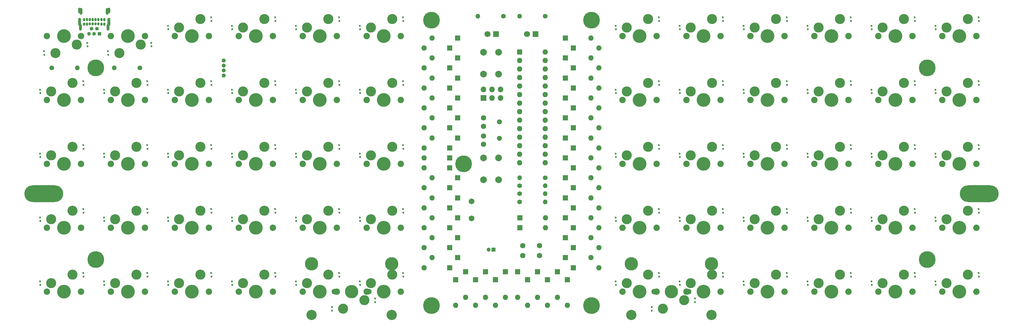
<source format=gts>
G04 #@! TF.GenerationSoftware,KiCad,Pcbnew,(6.0.0)*
G04 #@! TF.CreationDate,2022-03-13T10:48:28+07:00*
G04 #@! TF.ProjectId,lumberjack,6c756d62-6572-46a6-9163-6b2e6b696361,1.6*
G04 #@! TF.SameCoordinates,Original*
G04 #@! TF.FileFunction,Soldermask,Top*
G04 #@! TF.FilePolarity,Negative*
%FSLAX46Y46*%
G04 Gerber Fmt 4.6, Leading zero omitted, Abs format (unit mm)*
G04 Created by KiCad (PCBNEW (6.0.0)) date 2022-03-13 10:48:28*
%MOMM*%
%LPD*%
G01*
G04 APERTURE LIST*
%ADD10C,1.600000*%
%ADD11R,1.800000X1.800000*%
%ADD12C,1.800000*%
%ADD13R,1.600000X1.600000*%
%ADD14O,1.600000X1.600000*%
%ADD15C,1.710000*%
%ADD16R,1.200000X1.200000*%
%ADD17C,1.200000*%
%ADD18C,2.000000*%
%ADD19C,5.000000*%
%ADD20O,11.600000X5.000000*%
%ADD21C,3.000000*%
%ADD22C,3.048000*%
%ADD23C,1.750000*%
%ADD24C,3.987800*%
%ADD25C,0.600000*%
%ADD26R,1.700000X1.700000*%
%ADD27O,1.700000X1.700000*%
%ADD28C,1.400000*%
%ADD29O,1.400000X1.400000*%
%ADD30C,1.500000*%
%ADD31C,4.100000*%
%ADD32C,1.900000*%
%ADD33O,0.700000X0.900000*%
%ADD34O,1.100000X1.100000*%
%ADD35O,0.700000X1.000000*%
%ADD36C,1.100000*%
%ADD37R,1.100000X1.100000*%
%ADD38O,0.900000X2.400000*%
%ADD39O,0.850000X2.000000*%
%ADD40O,0.900000X1.700000*%
%ADD41C,1.244600*%
G04 APERTURE END LIST*
D10*
X144065746Y-94059454D03*
X144065746Y-96559454D03*
X144065746Y-88701637D03*
X144065746Y-91201637D03*
D11*
X159543884Y-63698491D03*
D12*
X157003884Y-63698491D03*
D13*
X154781380Y-69056308D03*
D14*
X154781380Y-71596308D03*
X154781380Y-74136308D03*
X154781380Y-76676308D03*
X154781380Y-79216308D03*
X154781380Y-81756308D03*
X154781380Y-84296308D03*
X154781380Y-86836308D03*
X154781380Y-89376308D03*
X154781380Y-91916308D03*
X154781380Y-94456308D03*
X154781380Y-96996308D03*
X154781380Y-99536308D03*
X154781380Y-102076308D03*
X162401380Y-102076308D03*
X162401380Y-99536308D03*
X162401380Y-96996308D03*
X162401380Y-94456308D03*
X162401380Y-91916308D03*
X162401380Y-89376308D03*
X162401380Y-86836308D03*
X162401380Y-84296308D03*
X162401380Y-81756308D03*
X162401380Y-79216308D03*
X162401380Y-76676308D03*
X162401380Y-74136308D03*
X162401380Y-71596308D03*
X162401380Y-69056308D03*
D15*
X140493868Y-113546035D03*
X140493868Y-118626035D03*
D13*
X136326677Y-82748507D03*
D14*
X128706677Y-82748507D03*
D13*
X136326677Y-118467287D03*
D14*
X128706677Y-118467287D03*
D13*
X150614189Y-134540738D03*
D14*
X150614189Y-142160738D03*
D13*
X147637624Y-136921990D03*
D14*
X147637624Y-144541990D03*
D13*
X144661059Y-134540738D03*
D14*
X144661059Y-142160738D03*
D13*
X138707929Y-134540738D03*
D14*
X138707929Y-142160738D03*
D16*
X147042311Y-127992295D03*
D17*
X145542311Y-127992295D03*
D13*
X136326677Y-76795377D03*
D14*
X128706677Y-76795377D03*
D18*
X144065746Y-107156340D03*
X144065746Y-100656340D03*
X148565746Y-107156340D03*
X148565746Y-100656340D03*
D19*
X128587608Y-59531300D03*
X176212648Y-59531300D03*
X128587608Y-144661059D03*
X176212648Y-144661059D03*
D20*
X13096886Y-111323531D03*
X291703370Y-111323531D03*
D13*
X166092327Y-134540738D03*
D14*
X166092327Y-142160738D03*
D11*
X147796372Y-63698491D03*
D12*
X145256372Y-63698491D03*
D13*
X136326677Y-130373547D03*
D14*
X128706677Y-130373547D03*
D13*
X136326677Y-124420417D03*
D14*
X128706677Y-124420417D03*
D13*
X133945425Y-115490722D03*
D14*
X126325425Y-115490722D03*
D13*
X136326677Y-112514157D03*
D14*
X128706677Y-112514157D03*
D13*
X133945425Y-109537592D03*
D14*
X126325425Y-109537592D03*
D13*
X133945425Y-121443852D03*
D14*
X126325425Y-121443852D03*
D13*
X133945425Y-97631332D03*
D14*
X126325425Y-97631332D03*
D13*
X136326677Y-94654767D03*
D14*
X128706677Y-94654767D03*
D13*
X133945425Y-103584462D03*
D14*
X126325425Y-103584462D03*
D13*
X133945425Y-91678202D03*
D14*
X126325425Y-91678202D03*
D13*
X136326677Y-88701637D03*
D14*
X128706677Y-88701637D03*
D13*
X133945425Y-85725072D03*
D14*
X126325425Y-85725072D03*
D13*
X168473579Y-76795377D03*
D14*
X176093579Y-76795377D03*
D13*
X133945425Y-73818812D03*
D14*
X126325425Y-73818812D03*
D13*
X170854831Y-73818812D03*
D14*
X178474831Y-73818812D03*
D13*
X133945425Y-67865682D03*
D14*
X126325425Y-67865682D03*
D13*
X163115762Y-136921990D03*
D14*
X163115762Y-144541990D03*
D18*
X144065746Y-69104751D03*
X144065746Y-75604751D03*
X148565746Y-75604751D03*
X148565746Y-69104751D03*
D10*
X155734510Y-126801669D03*
X160734510Y-126801669D03*
D13*
X135731364Y-136921990D03*
D14*
X135731364Y-144541990D03*
D13*
X170854831Y-115490722D03*
D14*
X178474831Y-115490722D03*
D13*
X169068892Y-136921990D03*
D14*
X169068892Y-144541990D03*
D13*
X170854831Y-79771942D03*
D14*
X178474831Y-79771942D03*
D13*
X168473579Y-64889117D03*
D14*
X176093579Y-64889117D03*
D13*
X170854831Y-67865682D03*
D14*
X178474831Y-67865682D03*
D13*
X168473579Y-82748507D03*
D14*
X176093579Y-82748507D03*
D13*
X170854831Y-97631332D03*
D14*
X178474831Y-97631332D03*
D13*
X170854831Y-91678202D03*
D14*
X178474831Y-91678202D03*
D13*
X168473579Y-94654767D03*
D14*
X176093579Y-94654767D03*
D13*
X168473579Y-106561027D03*
D14*
X176093579Y-106561027D03*
D13*
X170854831Y-103584462D03*
D14*
X178474831Y-103584462D03*
D13*
X168473579Y-100607897D03*
D14*
X176093579Y-100607897D03*
D13*
X170854831Y-85725072D03*
D14*
X178474831Y-85725072D03*
D13*
X168473579Y-112514157D03*
D14*
X176093579Y-112514157D03*
D13*
X170854831Y-109537592D03*
D14*
X178474831Y-109537592D03*
D13*
X168473579Y-118467287D03*
D14*
X176093579Y-118467287D03*
D13*
X168473579Y-88701637D03*
D14*
X176093579Y-88701637D03*
D13*
X168473579Y-70842247D03*
D14*
X176093579Y-70842247D03*
D13*
X170854831Y-133350112D03*
D14*
X178474831Y-133350112D03*
D13*
X168473579Y-124420417D03*
D14*
X176093579Y-124420417D03*
D13*
X154186067Y-134540738D03*
D14*
X154186067Y-142160738D03*
D13*
X170854831Y-121443852D03*
D14*
X178474831Y-121443852D03*
D13*
X170854831Y-127396982D03*
D14*
X178474831Y-127396982D03*
D13*
X168473579Y-130373547D03*
D14*
X176093579Y-130373547D03*
D13*
X157162632Y-136921990D03*
D14*
X157162632Y-144541990D03*
D21*
X197485168Y-145573868D03*
X203835168Y-143033868D03*
D22*
X211963168Y-147478868D03*
X188087168Y-147478868D03*
D23*
X194945168Y-140493868D03*
D24*
X211963168Y-132238868D03*
D23*
X205105168Y-140493868D03*
D24*
X200025168Y-140493868D03*
X188087168Y-132238868D03*
D25*
X207020168Y-143655868D03*
X207010168Y-142525868D03*
X194193168Y-146195868D03*
X194183168Y-145065868D03*
D24*
X104775088Y-140493868D03*
X116713088Y-132238868D03*
D21*
X108585088Y-143033868D03*
X102235088Y-145573868D03*
D23*
X109855088Y-140493868D03*
D22*
X116713088Y-147478868D03*
D24*
X92837088Y-132238868D03*
D22*
X92837088Y-147478868D03*
D23*
X99695088Y-140493868D03*
D25*
X111760088Y-142525868D03*
X111770088Y-143655868D03*
X98933088Y-145065868D03*
X98943088Y-146195868D03*
D10*
X155734510Y-129778234D03*
X160734510Y-129778234D03*
D26*
X144065746Y-82748507D03*
D27*
X144065746Y-80208507D03*
X146605746Y-82748507D03*
X146605746Y-80208507D03*
X149145746Y-82748507D03*
X149145746Y-80208507D03*
D19*
X138112616Y-102393836D03*
D13*
X160139197Y-134540738D03*
D14*
X160139197Y-142160738D03*
D13*
X133945425Y-133350112D03*
D14*
X126325425Y-133350112D03*
D13*
X136326677Y-106561027D03*
D14*
X128706677Y-106561027D03*
D13*
X133945425Y-100607897D03*
D14*
X126325425Y-100607897D03*
D13*
X133945425Y-79771942D03*
D14*
X126325425Y-79771942D03*
D28*
X162401380Y-106561027D03*
D29*
X154781380Y-106561027D03*
D30*
X148828250Y-89892263D03*
X148828250Y-94772263D03*
D13*
X133945425Y-127396982D03*
D14*
X126325425Y-127396982D03*
D28*
X154781380Y-113704783D03*
D29*
X162401380Y-113704783D03*
D28*
X150018876Y-58340674D03*
D29*
X142398876Y-58340674D03*
D28*
X162401380Y-58340674D03*
D29*
X154781380Y-58340674D03*
D28*
X154781380Y-111323531D03*
D29*
X162401380Y-111323531D03*
D13*
X154900449Y-121443852D03*
D14*
X162520449Y-121443852D03*
D13*
X154900449Y-118467287D03*
D14*
X162520449Y-118467287D03*
D28*
X15478138Y-73818812D03*
D29*
X23098138Y-73818812D03*
D28*
X41671910Y-73818812D03*
D29*
X34051910Y-73818812D03*
D28*
X154781380Y-108942279D03*
D29*
X162401380Y-108942279D03*
D13*
X136326677Y-64889117D03*
D14*
X128706677Y-64889117D03*
D13*
X136326677Y-70842247D03*
D14*
X128706677Y-70842247D03*
D13*
X141684494Y-136921990D03*
D14*
X141684494Y-144541990D03*
D31*
X19050016Y-83343820D03*
D32*
X13970016Y-83343820D03*
X24130016Y-83343820D03*
D21*
X15240016Y-80803820D03*
X21590016Y-78263820D03*
D25*
X12030016Y-81313820D03*
X12010016Y-80333820D03*
X24880016Y-77753820D03*
X24900016Y-78833820D03*
D21*
X21590016Y-97313836D03*
X15240016Y-99853836D03*
D32*
X13970016Y-102393836D03*
X24130016Y-102393836D03*
D31*
X19050016Y-102393836D03*
D25*
X12010016Y-99383836D03*
X12030016Y-100363836D03*
X24880016Y-96803836D03*
X24900016Y-97883836D03*
D32*
X24130016Y-121443852D03*
D21*
X15240016Y-118903852D03*
D31*
X19050016Y-121443852D03*
D32*
X13970016Y-121443852D03*
D21*
X21590016Y-116363852D03*
D25*
X12030016Y-119413852D03*
X12010016Y-118433852D03*
X24900016Y-116933852D03*
X24880016Y-115853852D03*
D31*
X19050016Y-140493868D03*
D32*
X13970016Y-140493868D03*
X24130016Y-140493868D03*
D21*
X21590016Y-135413868D03*
X15240016Y-137953868D03*
D25*
X12010016Y-137483868D03*
X12030016Y-138463868D03*
X24880016Y-134903868D03*
X24900016Y-135983868D03*
D21*
X40640032Y-135413868D03*
X34290032Y-137953868D03*
D31*
X38100032Y-140493868D03*
D32*
X33020032Y-140493868D03*
X43180032Y-140493868D03*
D25*
X31080032Y-138463868D03*
X31060032Y-137483868D03*
X43950032Y-135983868D03*
X43930032Y-134903868D03*
D32*
X33020032Y-64293804D03*
X43180032Y-64293804D03*
D21*
X41910032Y-66833804D03*
D31*
X38100032Y-64293804D03*
D21*
X35560032Y-69373804D03*
D25*
X45120032Y-66323804D03*
X45140032Y-67303804D03*
X32250032Y-68803804D03*
X32270032Y-69883804D03*
D32*
X43180032Y-83343820D03*
D21*
X40640032Y-78263820D03*
D31*
X38100032Y-83343820D03*
D32*
X33020032Y-83343820D03*
D21*
X34290032Y-80803820D03*
D25*
X31060032Y-80333820D03*
X31080032Y-81313820D03*
X43930032Y-77753820D03*
X43950032Y-78833820D03*
D32*
X33020032Y-102393836D03*
D21*
X40640032Y-97313836D03*
D31*
X38100032Y-102393836D03*
D21*
X34290032Y-99853836D03*
D32*
X43180032Y-102393836D03*
D25*
X31060032Y-99383836D03*
X31080032Y-100363836D03*
X43930032Y-96803836D03*
X43950032Y-97883836D03*
D21*
X40640032Y-116363852D03*
X34290032Y-118903852D03*
D31*
X38100032Y-121443852D03*
D32*
X33020032Y-121443852D03*
X43180032Y-121443852D03*
D25*
X31060032Y-118433852D03*
X31080032Y-119413852D03*
X43930032Y-115853852D03*
X43950032Y-116933852D03*
D31*
X57150048Y-121443852D03*
D21*
X53340048Y-118903852D03*
D32*
X52070048Y-121443852D03*
X62230048Y-121443852D03*
D21*
X59690048Y-116363852D03*
D25*
X50130048Y-119413852D03*
X50110048Y-118433852D03*
X62980048Y-115853852D03*
X63000048Y-116933852D03*
D21*
X53340048Y-137953868D03*
D32*
X52070048Y-140493868D03*
X62230048Y-140493868D03*
D21*
X59690048Y-135413868D03*
D31*
X57150048Y-140493868D03*
D25*
X50110048Y-137483868D03*
X50130048Y-138463868D03*
X62980048Y-134903868D03*
X63000048Y-135983868D03*
D21*
X53340048Y-99853836D03*
D31*
X57150048Y-102393836D03*
D32*
X62230048Y-102393836D03*
X52070048Y-102393836D03*
D21*
X59690048Y-97313836D03*
D25*
X50130048Y-100363836D03*
X50110048Y-99383836D03*
X63000048Y-97883836D03*
X62980048Y-96803836D03*
D21*
X72390064Y-99853836D03*
D32*
X81280064Y-102393836D03*
X71120064Y-102393836D03*
D31*
X76200064Y-102393836D03*
D21*
X78740064Y-97313836D03*
D25*
X69160064Y-99383836D03*
X69180064Y-100363836D03*
X82030064Y-96803836D03*
X82050064Y-97883836D03*
D21*
X72390064Y-118903852D03*
D31*
X76200064Y-121443852D03*
D32*
X71120064Y-121443852D03*
D21*
X78740064Y-116363852D03*
D32*
X81280064Y-121443852D03*
D25*
X69160064Y-118433852D03*
X69180064Y-119413852D03*
X82050064Y-116933852D03*
X82030064Y-115853852D03*
D32*
X71120064Y-140493868D03*
D21*
X78740064Y-135413868D03*
D31*
X76200064Y-140493868D03*
D32*
X81280064Y-140493868D03*
D21*
X72390064Y-137953868D03*
D25*
X69180064Y-138463868D03*
X69160064Y-137483868D03*
X82050064Y-135983868D03*
X82030064Y-134903868D03*
D31*
X76200064Y-64293804D03*
D21*
X72390064Y-61753804D03*
D32*
X71120064Y-64293804D03*
X81280064Y-64293804D03*
D21*
X78740064Y-59213804D03*
D25*
X69160064Y-61283804D03*
X69180064Y-62263804D03*
X82030064Y-58703804D03*
X82050064Y-59783804D03*
D21*
X72390064Y-80803820D03*
D31*
X76200064Y-83343820D03*
D32*
X71120064Y-83343820D03*
D21*
X78740064Y-78263820D03*
D32*
X81280064Y-83343820D03*
D25*
X69160064Y-80333820D03*
X69180064Y-81313820D03*
X82050064Y-78833820D03*
X82030064Y-77753820D03*
D32*
X90170080Y-83343820D03*
D21*
X97790080Y-78263820D03*
D32*
X100330080Y-83343820D03*
D21*
X91440080Y-80803820D03*
D31*
X95250080Y-83343820D03*
D25*
X88210080Y-80333820D03*
X88230080Y-81313820D03*
X101080080Y-77753820D03*
X101100080Y-78833820D03*
D32*
X100330080Y-102393836D03*
X90170080Y-102393836D03*
D21*
X91440080Y-99853836D03*
X97790080Y-97313836D03*
D31*
X95250080Y-102393836D03*
D25*
X88230080Y-100363836D03*
X88210080Y-99383836D03*
X101080080Y-96803836D03*
X101100080Y-97883836D03*
D21*
X97790080Y-116363852D03*
X91440080Y-118903852D03*
D31*
X95250080Y-121443852D03*
D32*
X100330080Y-121443852D03*
X90170080Y-121443852D03*
D25*
X88230080Y-119413852D03*
X88210080Y-118433852D03*
X101100080Y-116933852D03*
X101080080Y-115853852D03*
D31*
X95250080Y-140493868D03*
D32*
X90170080Y-140493868D03*
D21*
X97790080Y-135413868D03*
D32*
X100330080Y-140493868D03*
D21*
X91440080Y-137953868D03*
D25*
X88230080Y-138463868D03*
X88210080Y-137483868D03*
X101100080Y-135983868D03*
X101080080Y-134903868D03*
D32*
X90170080Y-64293804D03*
D31*
X95250080Y-64293804D03*
D32*
X100330080Y-64293804D03*
D21*
X91440080Y-61753804D03*
X97790080Y-59213804D03*
D25*
X88230080Y-62263804D03*
X88210080Y-61283804D03*
X101080080Y-58703804D03*
X101100080Y-59783804D03*
D21*
X110490096Y-61753804D03*
D32*
X119380096Y-64293804D03*
D21*
X116840096Y-59213804D03*
D31*
X114300096Y-64293804D03*
D32*
X109220096Y-64293804D03*
D25*
X107280096Y-62263804D03*
X107260096Y-61283804D03*
X120130096Y-58703804D03*
X120150096Y-59783804D03*
D21*
X110490096Y-80803820D03*
D32*
X119380096Y-83343820D03*
D21*
X116840096Y-78263820D03*
D32*
X109220096Y-83343820D03*
D31*
X114300096Y-83343820D03*
D25*
X107260096Y-80333820D03*
X107280096Y-81313820D03*
X120130096Y-77753820D03*
X120150096Y-78833820D03*
D32*
X119380096Y-102393836D03*
D21*
X116840096Y-97313836D03*
D32*
X109220096Y-102393836D03*
D21*
X110490096Y-99853836D03*
D31*
X114300096Y-102393836D03*
D25*
X107280096Y-100363836D03*
X107260096Y-99383836D03*
X120130096Y-96803836D03*
X120150096Y-97883836D03*
D21*
X116840096Y-116363852D03*
D31*
X114300096Y-121443852D03*
D32*
X119380096Y-121443852D03*
X109220096Y-121443852D03*
D21*
X110490096Y-118903852D03*
D25*
X107280096Y-119413852D03*
X107260096Y-118433852D03*
X120150096Y-116933852D03*
X120130096Y-115853852D03*
D21*
X116840096Y-135413868D03*
D32*
X109220096Y-140493868D03*
D21*
X110490096Y-137953868D03*
D32*
X119380096Y-140493868D03*
D31*
X114300096Y-140493868D03*
D25*
X107260096Y-137483868D03*
X107280096Y-138463868D03*
X120130096Y-134903868D03*
X120150096Y-135983868D03*
D31*
X285750240Y-64293804D03*
D21*
X288290240Y-59213804D03*
D32*
X280670240Y-64293804D03*
D21*
X281940240Y-61753804D03*
D32*
X290830240Y-64293804D03*
D25*
X278730240Y-62263804D03*
X278710240Y-61283804D03*
X291580240Y-58703804D03*
X291600240Y-59783804D03*
D32*
X280670240Y-83343820D03*
D21*
X281940240Y-80803820D03*
D32*
X290830240Y-83343820D03*
D31*
X285750240Y-83343820D03*
D21*
X288290240Y-78263820D03*
D25*
X278710240Y-80333820D03*
X278730240Y-81313820D03*
X291600240Y-78833820D03*
X291580240Y-77753820D03*
D21*
X288290240Y-97313836D03*
D31*
X285750240Y-102393836D03*
D21*
X281940240Y-99853836D03*
D32*
X280670240Y-102393836D03*
X290830240Y-102393836D03*
D25*
X278730240Y-100363836D03*
X278710240Y-99383836D03*
X291580240Y-96803836D03*
X291600240Y-97883836D03*
D32*
X290830240Y-121443852D03*
D21*
X288290240Y-116363852D03*
D32*
X280670240Y-121443852D03*
D21*
X281940240Y-118903852D03*
D31*
X285750240Y-121443852D03*
D25*
X278710240Y-118433852D03*
X278730240Y-119413852D03*
X291580240Y-115853852D03*
X291600240Y-116933852D03*
D32*
X290830240Y-140493868D03*
D31*
X285750240Y-140493868D03*
D21*
X288290240Y-135413868D03*
X281940240Y-137953868D03*
D32*
X280670240Y-140493868D03*
D25*
X278710240Y-137483868D03*
X278730240Y-138463868D03*
X291580240Y-134903868D03*
X291600240Y-135983868D03*
D32*
X271780224Y-140493868D03*
D31*
X266700224Y-140493868D03*
D21*
X269240224Y-135413868D03*
X262890224Y-137953868D03*
D32*
X261620224Y-140493868D03*
D25*
X259680224Y-138463868D03*
X259660224Y-137483868D03*
X272530224Y-134903868D03*
X272550224Y-135983868D03*
D21*
X269240224Y-59213804D03*
D31*
X266700224Y-64293804D03*
D32*
X261620224Y-64293804D03*
D21*
X262890224Y-61753804D03*
D32*
X271780224Y-64293804D03*
D25*
X259660224Y-61283804D03*
X259680224Y-62263804D03*
X272550224Y-59783804D03*
X272530224Y-58703804D03*
D32*
X261620224Y-83343820D03*
D31*
X266700224Y-83343820D03*
D21*
X262890224Y-80803820D03*
D32*
X271780224Y-83343820D03*
D21*
X269240224Y-78263820D03*
D25*
X259660224Y-80333820D03*
X259680224Y-81313820D03*
X272530224Y-77753820D03*
X272550224Y-78833820D03*
D32*
X271780224Y-102393836D03*
D21*
X269240224Y-97313836D03*
D31*
X266700224Y-102393836D03*
D21*
X262890224Y-99853836D03*
D32*
X261620224Y-102393836D03*
D25*
X259680224Y-100363836D03*
X259660224Y-99383836D03*
X272550224Y-97883836D03*
X272530224Y-96803836D03*
D32*
X261620224Y-121443852D03*
D21*
X269240224Y-116363852D03*
X262890224Y-118903852D03*
D31*
X266700224Y-121443852D03*
D32*
X271780224Y-121443852D03*
D25*
X259660224Y-118433852D03*
X259680224Y-119413852D03*
X272530224Y-115853852D03*
X272550224Y-116933852D03*
D32*
X252730208Y-121443852D03*
X242570208Y-121443852D03*
D21*
X243840208Y-118903852D03*
D31*
X247650208Y-121443852D03*
D21*
X250190208Y-116363852D03*
D25*
X240610208Y-118433852D03*
X240630208Y-119413852D03*
X253480208Y-115853852D03*
X253500208Y-116933852D03*
D32*
X242570208Y-140493868D03*
X252730208Y-140493868D03*
D21*
X250190208Y-135413868D03*
X243840208Y-137953868D03*
D31*
X247650208Y-140493868D03*
D25*
X240610208Y-137483868D03*
X240630208Y-138463868D03*
X253500208Y-135983868D03*
X253480208Y-134903868D03*
D21*
X243840208Y-61753804D03*
D32*
X242570208Y-64293804D03*
D21*
X250190208Y-59213804D03*
D32*
X252730208Y-64293804D03*
D31*
X247650208Y-64293804D03*
D25*
X240610208Y-61283804D03*
X240630208Y-62263804D03*
X253480208Y-58703804D03*
X253500208Y-59783804D03*
D21*
X250190208Y-78263820D03*
D32*
X252730208Y-83343820D03*
X242570208Y-83343820D03*
D31*
X247650208Y-83343820D03*
D21*
X243840208Y-80803820D03*
D25*
X240630208Y-81313820D03*
X240610208Y-80333820D03*
X253500208Y-78833820D03*
X253480208Y-77753820D03*
D32*
X252730208Y-102393836D03*
X242570208Y-102393836D03*
D21*
X250190208Y-97313836D03*
D31*
X247650208Y-102393836D03*
D21*
X243840208Y-99853836D03*
D25*
X240630208Y-100363836D03*
X240610208Y-99383836D03*
X253500208Y-97883836D03*
X253480208Y-96803836D03*
D32*
X223520192Y-102393836D03*
D31*
X228600192Y-102393836D03*
D21*
X231140192Y-97313836D03*
X224790192Y-99853836D03*
D32*
X233680192Y-102393836D03*
D25*
X221560192Y-99383836D03*
X221580192Y-100363836D03*
X234430192Y-96803836D03*
X234450192Y-97883836D03*
D21*
X224790192Y-118903852D03*
X231140192Y-116363852D03*
D32*
X223520192Y-121443852D03*
X233680192Y-121443852D03*
D31*
X228600192Y-121443852D03*
D25*
X221560192Y-118433852D03*
X221580192Y-119413852D03*
X234450192Y-116933852D03*
X234430192Y-115853852D03*
D21*
X224790192Y-137953868D03*
D32*
X233680192Y-140493868D03*
D31*
X228600192Y-140493868D03*
D32*
X223520192Y-140493868D03*
D21*
X231140192Y-135413868D03*
D25*
X221580192Y-138463868D03*
X221560192Y-137483868D03*
X234450192Y-135983868D03*
X234430192Y-134903868D03*
D21*
X231140192Y-59213804D03*
D32*
X223520192Y-64293804D03*
D31*
X228600192Y-64293804D03*
D21*
X224790192Y-61753804D03*
D32*
X233680192Y-64293804D03*
D25*
X221560192Y-61283804D03*
X221580192Y-62263804D03*
X234450192Y-59783804D03*
X234430192Y-58703804D03*
D32*
X223520192Y-83343820D03*
D21*
X231140192Y-78263820D03*
X224790192Y-80803820D03*
D32*
X233680192Y-83343820D03*
D31*
X228600192Y-83343820D03*
D25*
X221580192Y-81313820D03*
X221560192Y-80333820D03*
X234450192Y-78833820D03*
X234430192Y-77753820D03*
D21*
X212090176Y-78263820D03*
D31*
X209550176Y-83343820D03*
D32*
X204470176Y-83343820D03*
X214630176Y-83343820D03*
D21*
X205740176Y-80803820D03*
D25*
X202510176Y-80333820D03*
X202530176Y-81313820D03*
X215380176Y-77753820D03*
X215400176Y-78833820D03*
D32*
X214630176Y-102393836D03*
X204470176Y-102393836D03*
D21*
X205740176Y-99853836D03*
X212090176Y-97313836D03*
D31*
X209550176Y-102393836D03*
D25*
X202510176Y-99383836D03*
X202530176Y-100363836D03*
X215400176Y-97883836D03*
X215380176Y-96803836D03*
D32*
X214630176Y-121443852D03*
D21*
X205740176Y-118903852D03*
D32*
X204470176Y-121443852D03*
D21*
X212090176Y-116363852D03*
D31*
X209550176Y-121443852D03*
D25*
X202510176Y-118433852D03*
X202530176Y-119413852D03*
X215380176Y-115853852D03*
X215400176Y-116933852D03*
D21*
X212090176Y-135413868D03*
X205740176Y-137953868D03*
D32*
X214630176Y-140493868D03*
X204470176Y-140493868D03*
D31*
X209550176Y-140493868D03*
D25*
X202530176Y-138463868D03*
X202510176Y-137483868D03*
X215400176Y-135983868D03*
X215380176Y-134903868D03*
D21*
X205740176Y-61753804D03*
D32*
X214630176Y-64293804D03*
D21*
X212090176Y-59213804D03*
D32*
X204470176Y-64293804D03*
D31*
X209550176Y-64293804D03*
D25*
X202510176Y-61283804D03*
X202530176Y-62263804D03*
X215380176Y-58703804D03*
X215400176Y-59783804D03*
D32*
X185420160Y-64293804D03*
D21*
X186690160Y-61753804D03*
D32*
X195580160Y-64293804D03*
D31*
X190500160Y-64293804D03*
D21*
X193040160Y-59213804D03*
D25*
X183480160Y-62263804D03*
X183460160Y-61283804D03*
X196350160Y-59783804D03*
X196330160Y-58703804D03*
D21*
X193040160Y-78263820D03*
D32*
X185420160Y-83343820D03*
D21*
X186690160Y-80803820D03*
D31*
X190500160Y-83343820D03*
D32*
X195580160Y-83343820D03*
D25*
X183460160Y-80333820D03*
X183480160Y-81313820D03*
X196350160Y-78833820D03*
X196330160Y-77753820D03*
D31*
X190500160Y-102393836D03*
D32*
X195580160Y-102393836D03*
X185420160Y-102393836D03*
D21*
X186690160Y-99853836D03*
X193040160Y-97313836D03*
D25*
X183480160Y-100363836D03*
X183460160Y-99383836D03*
X196350160Y-97883836D03*
X196330160Y-96803836D03*
D21*
X193040160Y-116363852D03*
X186690160Y-118903852D03*
D32*
X195580160Y-121443852D03*
D31*
X190500160Y-121443852D03*
D32*
X185420160Y-121443852D03*
D25*
X183480160Y-119413852D03*
X183460160Y-118433852D03*
X196330160Y-115853852D03*
X196350160Y-116933852D03*
D21*
X193040160Y-135413868D03*
D32*
X195580160Y-140493868D03*
D21*
X186690160Y-137953868D03*
D32*
X185420160Y-140493868D03*
D31*
X190500160Y-140493868D03*
D25*
X183480160Y-138463868D03*
X183460160Y-137483868D03*
X196330160Y-134903868D03*
X196350160Y-135983868D03*
D31*
X57150048Y-64293804D03*
D32*
X62230048Y-64293804D03*
X52070048Y-64293804D03*
D21*
X59690048Y-59213804D03*
X53340048Y-61753804D03*
D25*
X50110048Y-61283804D03*
X50130048Y-62263804D03*
X62980048Y-58703804D03*
X63000048Y-59783804D03*
D32*
X62230048Y-83343820D03*
D31*
X57150048Y-83343820D03*
D21*
X59690048Y-78263820D03*
D32*
X52070048Y-83343820D03*
D21*
X53340048Y-80803820D03*
D25*
X50130048Y-81313820D03*
X50110048Y-80333820D03*
X62980048Y-77753820D03*
X63000048Y-78833820D03*
D19*
X28575024Y-130968860D03*
X276225232Y-73818812D03*
X276225232Y-130968860D03*
X28575024Y-73818812D03*
D31*
X19049968Y-64293750D03*
D21*
X22859968Y-66833750D03*
D32*
X13969968Y-64293750D03*
D21*
X16509968Y-69373750D03*
D32*
X24129968Y-64293750D03*
D25*
X26069968Y-66323750D03*
X26089968Y-67303750D03*
X13199968Y-68803750D03*
X13219968Y-69883750D03*
D33*
X29378000Y-60660000D03*
D34*
X28900000Y-62060000D03*
D35*
X26828000Y-59360000D03*
D33*
X26828000Y-60660000D03*
D35*
X29378000Y-59360000D03*
D33*
X27678000Y-60660000D03*
D35*
X28528000Y-59360000D03*
D36*
X28100000Y-63610000D03*
D35*
X27678000Y-59360000D03*
D33*
X28528000Y-60660000D03*
D34*
X27300000Y-62060000D03*
D35*
X31078000Y-60710000D03*
D37*
X29700000Y-63610000D03*
D35*
X25128000Y-59360000D03*
X25128000Y-60710000D03*
X31078000Y-59360000D03*
D38*
X23778000Y-60090000D03*
D39*
X24000000Y-61650000D03*
X32200000Y-61650000D03*
D38*
X32428000Y-60090000D03*
D40*
X23778000Y-56710000D03*
D39*
X24200000Y-56950000D03*
X32000000Y-56950000D03*
D40*
X32428000Y-56710000D03*
D35*
X25978000Y-60710000D03*
D36*
X26500000Y-63610000D03*
D35*
X30228000Y-59360000D03*
X30228000Y-60710000D03*
X25978000Y-59360000D03*
D41*
X66675000Y-76075000D03*
X66675000Y-74575001D03*
X66675000Y-73074999D03*
X66675000Y-71574999D03*
M02*

</source>
